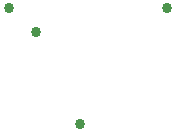
<source format=gbs>
G75*
G70*
%OFA0B0*%
%FSLAX24Y24*%
%IPPOS*%
%LPD*%
%AMOC8*
5,1,8,0,0,1.08239X$1,22.5*
%
%ADD10C,0.0340*%
D10*
X014480Y007450D03*
X009220Y007450D03*
X010118Y006676D03*
X011566Y003604D03*
M02*

</source>
